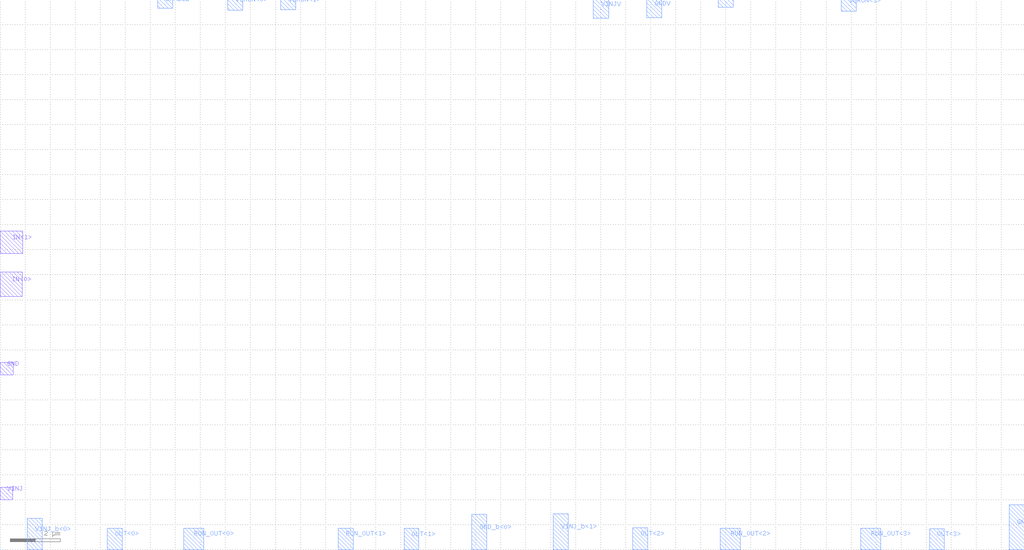
<source format=lef>
VERSION 5.5 ;
NAMESCASESENSITIVE ON ;
BUSBITCHARS "[]" ;
DIVIDERCHAR "/" ;

PROPERTYDEFINITIONS
  LAYER routingPitch REAL ;
END PROPERTYDEFINITIONS

UNITS
  DATABASE MICRONS 1000 ;
END UNITS
MANUFACTURINGGRID 0.01 ;
LAYER POLY1
  TYPE MASTERSLICE ;
END POLY1

LAYER CONT
  TYPE CUT ;
  SPACING 0.4 ;
END CONT

LAYER METAL1
  TYPE ROUTING ;
  DIRECTION HORIZONTAL ;
  PITCH 0 ;
  WIDTH 0.5 ;
  SPACING 0.45 ;
  PROPERTY routingPitch 1.25 ;
END METAL1

LAYER VIA12
  TYPE CUT ;
  SPACING 0.45 ;
END VIA12

LAYER METAL2
  TYPE ROUTING ;
  DIRECTION VERTICAL ;
  PITCH 0 ;
  WIDTH 0.6 ;
  SPACING 0.5 ;
  PROPERTY routingPitch 1.4 ;
END METAL2

LAYER VIA23
  TYPE CUT ;
  SPACING 0.45 ;
END VIA23

LAYER METAL3
  TYPE ROUTING ;
  DIRECTION HORIZONTAL ;
  PITCH 0 ;
  WIDTH 0.6 ;
  SPACING 0.5 ;
  PROPERTY routingPitch 1.25 ;
END METAL3

LAYER VIA34
  TYPE CUT ;
  SPACING 0.45 ;
END VIA34

LAYER METAL4
  TYPE ROUTING ;
  DIRECTION VERTICAL ;
  PITCH 0 ;
  WIDTH 0.6 ;
  SPACING 0.6 ;
  PROPERTY routingPitch 1.4 ;
END METAL4

LAYER OVERLAP
  TYPE OVERLAP ;
END OVERLAP

VIARULE M4_M3 GENERATE
  LAYER METAL3 ;
    ENCLOSURE 0.2 0.2 ;
  LAYER METAL4 ;
    ENCLOSURE 0.15 0.15 ;
  LAYER VIA34 ;
    RECT -0.25 -0.25 0.25 0.25 ;
    SPACING 1 BY 1 ;
END M4_M3

VIARULE M3_M2 GENERATE
  LAYER METAL2 ;
    ENCLOSURE 0.2 0.2 ;
  LAYER METAL3 ;
    ENCLOSURE 0.15 0.15 ;
  LAYER VIA23 ;
    RECT -0.25 -0.25 0.25 0.25 ;
    SPACING 1 BY 1 ;
END M3_M2

VIARULE M2_M1 GENERATE
  LAYER METAL1 ;
    ENCLOSURE 0.2 0.2 ;
  LAYER METAL2 ;
    ENCLOSURE 0.15 0.15 ;
  LAYER VIA12 ;
    RECT -0.25 -0.25 0.25 0.25 ;
    SPACING 1 BY 1 ;
END M2_M1

VIARULE M1_POLY1 GENERATE
  LAYER POLY1 ;
    ENCLOSURE 0.2 0.2 ;
  LAYER METAL1 ;
    ENCLOSURE 0.15 0.15 ;
  LAYER CONT ;
    RECT -0.2 -0.2 0.2 0.2 ;
    SPACING 1 BY 1 ;
END M1_POLY1

VIA M1_POLY1
  LAYER CONT ;
    RECT -0.2 -0.2 0.2 0.2 ;
  LAYER POLY1 ;
    RECT -0.4 -0.4 0.4 0.4 ;
  LAYER METAL1 ;
    RECT -0.35 -0.35 0.35 0.35 ;
END M1_POLY1

VIA M2_M1
  LAYER VIA12 ;
    RECT -0.25 -0.25 0.25 0.25 ;
  LAYER METAL2 ;
    RECT -0.4 -0.4 0.4 0.4 ;
  LAYER METAL1 ;
    RECT -0.45 -0.45 0.45 0.45 ;
END M2_M1

VIA M3_M2
  LAYER VIA23 ;
    RECT -0.25 -0.25 0.25 0.25 ;
  LAYER METAL3 ;
    RECT -0.4 -0.4 0.4 0.4 ;
  LAYER METAL2 ;
    RECT -0.45 -0.45 0.45 0.45 ;
END M3_M2

VIA M4_M3
  LAYER VIA34 ;
    RECT -0.25 -0.25 0.25 0.25 ;
  LAYER METAL4 ;
    RECT -0.4 -0.4 0.4 0.4 ;
  LAYER METAL3 ;
    RECT -0.45 -0.45 0.45 0.45 ;
END M4_M3


MACRO TSMC350nm_VinjDecode2to4_vtile_spacing
END TSMC350nm_VinjDecode2to4_vtile_spacing

MACRO TSMC350nm_VinjDecode2to4_vtile_C_bridge
END TSMC350nm_VinjDecode2to4_vtile_C_bridge

MACRO TSMC350nm_VinjDecode2to4_vtile
  PIN Vinj
    DIRECTION INOUT ;
    USE SIGNAL ;
    PORT
      LAYER METAL1 ;
        RECT 7.78 11.04 9.06 11.45 ;
    END
  END Vinj
  PIN OUT<0>
    DIRECTION INOUT ;
    USE SIGNAL ;
    PORT
      LAYER METAL1 ;
        RECT 19.66 18.91 20.11 19.59 ;
    END
  END OUT<0>
  PIN OUT<1>
    DIRECTION INOUT ;
    USE SIGNAL ;
    PORT
      LAYER METAL1 ;
        RECT 19.66 13.41 20.12 14.1 ;
    END
  END OUT<1>
  PIN OUT<2>
    DIRECTION INOUT ;
    USE SIGNAL ;
    PORT
      LAYER METAL1 ;
        RECT 19.66 7.92 20.11 8.59 ;
    END
  END OUT<2>
  PIN OUT<3>
    DIRECTION INOUT ;
    USE SIGNAL ;
    PORT
      LAYER METAL1 ;
        RECT 19.66 2.41 20.11 3.09 ;
    END
  END OUT<3>
  PIN ENABLE
    DIRECTION INOUT ;
    USE SIGNAL ;
    PORT
      LAYER METAL1 ;
        RECT 0.01 3.48 0.71 4.21 ;
    END
  END ENABLE
  PIN GND
    DIRECTION INOUT ;
    USE SIGNAL ;
    PORT
      LAYER METAL1 ;
        RECT 19.52 5.0 20.12 5.99 ;
    END
  END GND
  PIN VINJ
    DIRECTION INOUT ;
    USE SIGNAL ;
    PORT
      LAYER METAL1 ;
        RECT 19.15 21.56 20.05 21.96 ;
    END
  END VINJ
  PIN IN<1>
    DIRECTION INOUT ;
    USE SIGNAL ;
    PORT
      LAYER METAL2 ;
        RECT 6.56 20.89 7.5 22.0 ;
    END
  END IN<1>
  PIN IN<0>
    DIRECTION INOUT ;
    USE SIGNAL ;
    PORT
      LAYER METAL2 ;
        RECT 3.9 20.96 4.5 22.0 ;
    END
  END IN<0>
END TSMC350nm_VinjDecode2to4_vtile

MACRO TSMC350nm_VinjDecode2to4_vtile_B_bridge
END TSMC350nm_VinjDecode2to4_vtile_B_bridge

MACRO TSMC350nm_VinjDecode2to4_vtile_A_bridge
END TSMC350nm_VinjDecode2to4_vtile_A_bridge

MACRO TSMC350nm_drainSelect01d3
  PIN Vinj
    DIRECTION INOUT ;
    USE SIGNAL ;
    PORT
      LAYER METAL1 ;
        RECT 6.12 21.55 7.4 21.96 ;
    END
  END Vinj
  PIN VINJ
    DIRECTION INOUT ;
    USE SIGNAL ;
    PORT
      LAYER METAL1 ;
        RECT 6.12 21.55 7.4 21.96 ;
    END
  END VINJ
  PIN GND
    DIRECTION INOUT ;
    USE SIGNAL ;
    PORT
      LAYER METAL1 ;
        RECT 8.76 16.56 9.51 16.97 ;
    END
  END GND
  PIN DRAIN4
    DIRECTION INOUT ;
    USE SIGNAL ;
    PORT
      LAYER METAL1 ;
        RECT 15.99 2.54 16.66 2.97 ;
    END
  END DRAIN4
  PIN DRAIN3
    DIRECTION INOUT ;
    USE SIGNAL ;
    PORT
      LAYER METAL1 ;
        RECT 15.99 8.03 16.66 8.46 ;
    END
  END DRAIN3
  PIN DRAIN2
    DIRECTION INOUT ;
    USE SIGNAL ;
    PORT
      LAYER METAL1 ;
        RECT 15.99 13.54 16.66 13.97 ;
    END
  END DRAIN2
  PIN DRAIN1
    DIRECTION INOUT ;
    USE SIGNAL ;
    PORT
      LAYER METAL1 ;
        RECT 15.99 19.03 16.66 19.46 ;
    END
  END DRAIN1
  PIN SELECT<3>
    DIRECTION INOUT ;
    USE SIGNAL ;
    PORT
      LAYER METAL1 ;
        RECT 0.0 2.54 0.67 2.97 ;
    END
  END SELECT<3>
  PIN SELET<2>
    DIRECTION INOUT ;
    USE SIGNAL ;
    PORT
      LAYER METAL1 ;
        RECT 0.0 8.03 0.67 8.46 ;
    END
  END SELET<2>
  PIN SELECT<1>
    DIRECTION INOUT ;
    USE SIGNAL ;
    PORT
      LAYER METAL1 ;
        RECT 0.0 13.54 0.67 13.97 ;
    END
  END SELECT<1>
  PIN SELECT<0>
    DIRECTION INOUT ;
    USE SIGNAL ;
    PORT
      LAYER METAL1 ;
        RECT 0.0 19.03 0.67 19.46 ;
    END
  END SELECT<0>
  PIN DRAINRAIL
    DIRECTION INOUT ;
    USE SIGNAL ;
    PORT
      LAYER METAL2 ;
        RECT 7.47 21.56 8.25 21.99 ;
    END
  END DRAINRAIL
END TSMC350nm_drainSelect01d3

MACRO TSMC350nm_FourTgate_ThickOx_FG_MEM
  PIN B<2>
    DIRECTION INOUT ;
    USE SIGNAL ;
    PORT
      LAYER METAL1 ;
        RECT 9.75 7.01 10.31 7.44 ;
    END
  END B<2>
  PIN A<2>
    DIRECTION INOUT ;
    USE SIGNAL ;
    PORT
      LAYER METAL1 ;
        RECT 0.0 8.0 0.7 8.5 ;
    END
  END A<2>
  PIN B<3>
    DIRECTION INOUT ;
    USE SIGNAL ;
    PORT
      LAYER METAL1 ;
        RECT 9.75 2.15 10.31 2.58 ;
    END
  END B<3>
  PIN A<3>
    DIRECTION INOUT ;
    USE SIGNAL ;
    PORT
      LAYER METAL1 ;
        RECT 0.0 2.5 0.7 3.0 ;
    END
  END A<3>
  PIN GND
    DIRECTION INOUT ;
    USE SIGNAL ;
    PORT
      LAYER METAL1 ;
        RECT 1.61 16.56 2.36 16.97 ;
    END
  END GND
  PIN B<0>
    DIRECTION INOUT ;
    USE SIGNAL ;
    PORT
      LAYER METAL1 ;
        RECT 9.75 20.33 10.31 20.76 ;
    END
  END B<0>
  PIN A<0>
    DIRECTION INOUT ;
    USE SIGNAL ;
    PORT
      LAYER METAL1 ;
        RECT 0.0 19.0 0.7 19.5 ;
    END
  END A<0>
  PIN B<1>
    DIRECTION INOUT ;
    USE SIGNAL ;
    PORT
      LAYER METAL1 ;
        RECT 9.75 14.73 10.31 15.16 ;
    END
  END B<1>
  PIN A<1>
    DIRECTION INOUT ;
    USE SIGNAL ;
    PORT
      LAYER METAL1 ;
        RECT 0.0 13.5 0.7 14.0 ;
    END
  END A<1>
  PIN SelBar
    DIRECTION INOUT ;
    USE SIGNAL ;
    PORT
      LAYER METAL2 ;
        RECT 3.41 21.12 4.21 22.0 ;
    END
  END SelBar
  PIN Sel
    DIRECTION INOUT ;
    USE SIGNAL ;
    PORT
      LAYER METAL2 ;
        RECT 4.8 21.12 5.6 22.0 ;
    END
  END Sel
  PIN VINJ
    DIRECTION INOUT ;
    USE SIGNAL ;
    PORT
      LAYER METAL2 ;
        RECT 6.26 21.78 7.06 22.0 ;
    END
  END VINJ
END TSMC350nm_FourTgate_ThickOx_FG_MEM

MACRO TSMC350nm_IndirectSwitches
  PIN GND_T
    DIRECTION INOUT ;
    USE SIGNAL ;
    PORT
      LAYER METAL2 ;
        RECT 15.4 21.0 16.2 22.0 ;
    END
  END GND_T
  PIN VINJ_T
    DIRECTION INOUT ;
    USE SIGNAL ;
    PORT
      LAYER METAL2 ;
        RECT 6.3 21.04 7.32 22.0 ;
    END
  END VINJ_T
  PIN VDD<1>
    DIRECTION INOUT ;
    USE SIGNAL ;
    PORT
      LAYER METAL2 ;
        RECT 24.5 0.0 25.1 0.75 ;
    END
  END VDD<1>
  PIN VTUN
    DIRECTION INOUT ;
    USE SIGNAL ;
    PORT
      LAYER METAL2 ;
        RECT 13.3 0.0 13.9 0.82 ;
    END
  END VTUN
  PIN GND<0>
    DIRECTION INOUT ;
    USE SIGNAL ;
    PORT
      LAYER METAL2 ;
        RECT 11.2 0.0 11.8 0.85 ;
    END
  END GND<0>
  PIN GNDV<1>
    DIRECTION INOUT ;
    USE SIGNAL ;
    PORT
      LAYER METAL2 ;
        RECT 15.47 0.0 15.95 1.0 ;
    END
  END GNDV<1>
  PIN VINJ
    DIRECTION INOUT ;
    USE SIGNAL ;
    PORT
      LAYER METAL2 ;
        RECT 4.2 0.0 4.8 1.0 ;
    END
  END VINJ
  PIN VDD<0>
    DIRECTION INOUT ;
    USE SIGNAL ;
    PORT
      LAYER METAL2 ;
        RECT 2.1 0.0 2.7 1.09 ;
    END
  END VDD<0>
  PIN Vg<0>
    DIRECTION INOUT ;
    USE SIGNAL ;
    PORT
      LAYER METAL2 ;
        RECT 8.4 0.005 9.0 0.825 ;
    END
  END Vg<0>
  PIN CTRL_B<0>
    DIRECTION INOUT ;
    USE SIGNAL ;
    PORT
      LAYER METAL2 ;
        RECT 6.3 0.01 6.9 0.76 ;
    END
  END CTRL_B<0>
  PIN CTRL_B<1>
    DIRECTION INOUT ;
    USE SIGNAL ;
    PORT
      LAYER METAL2 ;
        RECT 20.3 0.01 20.9 0.75 ;
    END
  END CTRL_B<1>
  PIN Vg<1>
    DIRECTION INOUT ;
    USE SIGNAL ;
    PORT
      LAYER METAL2 ;
        RECT 18.2 0.0 18.8 0.76 ;
    END
  END Vg<1>
  PIN decode<0>
    DIRECTION INOUT ;
    USE SIGNAL ;
    PORT
      LAYER METAL2 ;
        RECT 3.46 21.16 4.8 22.0 ;
    END
  END decode<0>
  PIN RUN_IN<1>
    DIRECTION INOUT ;
    USE SIGNAL ;
    PORT
      LAYER METAL2 ;
        RECT 17.5 21.01 18.1 22.0 ;
    END
  END RUN_IN<1>
  PIN RUN_IN<0>
    DIRECTION INOUT ;
    USE SIGNAL ;
    PORT
      LAYER METAL2 ;
        RECT 10.5 20.9 11.1 22.0 ;
    END
  END RUN_IN<0>
  PIN VPWR<1>
    DIRECTION INOUT ;
    USE SIGNAL ;
    PORT
      LAYER METAL2 ;
        RECT 21.7 21.08 22.3 22.0 ;
    END
  END VPWR<1>
  PIN decode<1>
    DIRECTION INOUT ;
    USE SIGNAL ;
    PORT
      LAYER METAL2 ;
        RECT 23.8 21.09 25.0 22.0 ;
    END
  END decode<1>
  PIN VPWR<0>
    DIRECTION INOUT ;
    USE SIGNAL ;
    PORT
      LAYER METAL2 ;
        RECT 1.71 21.21 2.43 22.0 ;
    END
  END VPWR<0>
  PIN VTUN_T
    DIRECTION INOUT ;
    USE SIGNAL ;
    PORT
      LAYER METAL2 ;
        RECT 12.6 21.12 13.7 22.0 ;
    END
  END VTUN_T
  PIN vtun_l
    DIRECTION INOUT ;
    USE SIGNAL ;
    PORT
      LAYER METAL1 ;
        RECT 0.0 0.9 1.31 1.88 ;
    END
  END vtun_l
  PIN vtun_r
    DIRECTION INOUT ;
    USE SIGNAL ;
    PORT
      LAYER METAL1 ;
        RECT 26.17 0.9 27.46 2.17 ;
    END
  END vtun_r
  PIN vgsel_r
    DIRECTION INOUT ;
    USE SIGNAL ;
    PORT
      LAYER METAL1 ;
        RECT 26.52 3.15 27.46 4.45 ;
    END
  END vgsel_r
  PIN prog_r
    DIRECTION INOUT ;
    USE SIGNAL ;
    PORT
      LAYER METAL1 ;
        RECT 26.59 9.15 27.46 10.55 ;
    END
  END prog_r
  PIN run_r
    DIRECTION INOUT ;
    USE SIGNAL ;
    PORT
      LAYER METAL1 ;
        RECT 26.28 6.05 27.46 7.29 ;
    END
  END run_r
  PIN RUN
    DIRECTION INOUT ;
    USE SIGNAL ;
    PORT
      LAYER METAL1 ;
        RECT 0.0 6.05 0.91 7.29 ;
    END
  END RUN
  PIN PROG
    DIRECTION INOUT ;
    USE SIGNAL ;
    PORT
      LAYER METAL1 ;
        RECT 0.0 9.15 0.87 10.55 ;
    END
  END PROG
  PIN Vgsel
    DIRECTION INOUT ;
    USE SIGNAL ;
    PORT
      LAYER METAL1 ;
        RECT 0.0 3.72 0.91 4.45 ;
    END
  END Vgsel
END TSMC350nm_IndirectSwitches

MACRO TSMC350nm_VinjDecode2to4_htile
  PIN IN<1>
    DIRECTION INOUT ;
    USE SIGNAL ;
    PORT
      LAYER METAL1 ;
        RECT 0.0 11.85 0.9 12.74 ;
    END
  END IN<1>
  PIN IN<0>
    DIRECTION INOUT ;
    USE SIGNAL ;
    PORT
      LAYER METAL1 ;
        RECT 0.0 10.13 0.87 11.1 ;
    END
  END IN<0>
  PIN VINJ
    DIRECTION INOUT ;
    USE SIGNAL ;
    PORT
      LAYER METAL1 ;
        RECT 0.0 1.99 0.5 2.49 ;
    END
  END VINJ
  PIN GND
    DIRECTION INOUT ;
    USE SIGNAL ;
    PORT
      LAYER METAL1 ;
        RECT 0.0 6.99 0.51 7.49 ;
    END
  END GND
  PIN GND_b<1>
    DIRECTION INOUT ;
    USE SIGNAL ;
    PORT
      LAYER METAL2 ;
        RECT 40.32 0.0 40.92 1.79 ;
    END
  END GND_b<1>
  PIN VINJ_b<1>
    DIRECTION INOUT ;
    USE SIGNAL ;
    PORT
      LAYER METAL2 ;
        RECT 22.1 0.0 22.7 1.44 ;
    END
  END VINJ_b<1>
  PIN GND_b<0>
    DIRECTION INOUT ;
    USE SIGNAL ;
    PORT
      LAYER METAL2 ;
        RECT 18.85 0.0 19.45 1.41 ;
    END
  END GND_b<0>
  PIN VINJ_b<0>
    DIRECTION INOUT ;
    USE SIGNAL ;
    PORT
      LAYER METAL2 ;
        RECT 1.07 0.0 1.67 1.25 ;
    END
  END VINJ_b<0>
  PIN VINJV
    DIRECTION INOUT ;
    USE SIGNAL ;
    PORT
      LAYER METAL2 ;
        RECT 23.7 21.26 24.31 22.0 ;
    END
  END VINJV
  PIN GNDV
    DIRECTION INOUT ;
    USE SIGNAL ;
    PORT
      LAYER METAL2 ;
        RECT 25.84 21.28 26.44 22.0 ;
    END
  END GNDV
  PIN RUN_OUT<3>
    DIRECTION INOUT ;
    USE SIGNAL ;
    PORT
      LAYER METAL2 ;
        RECT 34.39 0.0 35.19 0.86 ;
    END
  END RUN_OUT<3>
  PIN RUN_OUT<2>
    DIRECTION INOUT ;
    USE SIGNAL ;
    PORT
      LAYER METAL2 ;
        RECT 28.77 0.0 29.57 0.86 ;
    END
  END RUN_OUT<2>
  PIN RUN_OUT<1>
    DIRECTION INOUT ;
    USE SIGNAL ;
    PORT
      LAYER METAL2 ;
        RECT 13.5 0.0 14.1 0.86 ;
    END
  END RUN_OUT<1>
  PIN RUN_OUT<0>
    DIRECTION INOUT ;
    USE SIGNAL ;
    PORT
      LAYER METAL2 ;
        RECT 7.34 0.0 8.14 0.86 ;
    END
  END RUN_OUT<0>
  PIN ENABLE
    DIRECTION INOUT ;
    USE SIGNAL ;
    PORT
      LAYER METAL2 ;
        RECT 6.29 21.66 6.89 22.0 ;
    END
  END ENABLE
  PIN OUT<2>
    DIRECTION INOUT ;
    USE SIGNAL ;
    PORT
      LAYER METAL2 ;
        RECT 25.28 0.0 25.87 0.87 ;
    END
  END OUT<2>
  PIN OUT<3>
    DIRECTION INOUT ;
    USE SIGNAL ;
    PORT
      LAYER METAL2 ;
        RECT 37.14 0.0 37.73 0.83 ;
    END
  END OUT<3>
  PIN OUT<0>
    DIRECTION INOUT ;
    USE SIGNAL ;
    PORT
      LAYER METAL2 ;
        RECT 4.27 0.0 4.87 0.86 ;
    END
  END OUT<0>
  PIN OUT<1>
    DIRECTION INOUT ;
    USE SIGNAL ;
    PORT
      LAYER METAL2 ;
        RECT 16.14 0.0 16.72 0.85 ;
    END
  END OUT<1>
  PIN VGRUN<0>
    DIRECTION INOUT ;
    USE SIGNAL ;
    PORT
      LAYER METAL2 ;
        RECT 9.1 21.59 9.7 22.0 ;
    END
  END VGRUN<0>
  PIN VGRUN<1>
    DIRECTION INOUT ;
    USE SIGNAL ;
    PORT
      LAYER METAL2 ;
        RECT 11.2 21.6 11.8 22.0 ;
    END
  END VGRUN<1>
  PIN VGRUN<2>
    DIRECTION INOUT ;
    USE SIGNAL ;
    PORT
      LAYER METAL2 ;
        RECT 28.7 21.71 29.3 22.0 ;
    END
  END VGRUN<2>
  PIN VGRUN<3>
    DIRECTION INOUT ;
    USE SIGNAL ;
    PORT
      LAYER METAL2 ;
        RECT 33.6 21.54 34.2 22.0 ;
    END
  END VGRUN<3>
END TSMC350nm_VinjDecode2to4_htile

MACRO TSMC350nm_VinjDecode2to4_htile_A_bridge
  PIN VGRUN<3>
    DIRECTION INOUT ;
    USE SIGNAL ;
    PORT
      LAYER METAL2 ;
        RECT 34.5 9.46 35.1 10.0 ;
    END
  END VGRUN<3>
  PIN VGRUN<2>
    DIRECTION INOUT ;
    USE SIGNAL ;
    PORT
      LAYER METAL2 ;
        RECT 26.6 9.56 27.2 10.0 ;
    END
  END VGRUN<2>
  PIN VGRUN<1>
    DIRECTION INOUT ;
    USE SIGNAL ;
    PORT
      LAYER METAL2 ;
        RECT 13.5 9.46 14.1 10.0 ;
    END
  END VGRUN<1>
  PIN VGRUN<0>
    DIRECTION INOUT ;
    USE SIGNAL ;
    PORT
      LAYER METAL2 ;
        RECT 5.6 9.52 6.2 10.0 ;
    END
  END VGRUN<0>
END TSMC350nm_VinjDecode2to4_htile_A_bridge

MACRO TSMC350nm_VinjDecode2to4_htile_B_bridge
  PIN VGRUN<0>
    DIRECTION INOUT ;
    USE SIGNAL ;
    PORT
      LAYER METAL2 ;
        RECT 9.1 9.52 9.7 10.0 ;
    END
  END VGRUN<0>
  PIN VGRUN<1>
    DIRECTION INOUT ;
    USE SIGNAL ;
    PORT
      LAYER METAL2 ;
        RECT 11.2 9.52 11.8 10.0 ;
    END
  END VGRUN<1>
  PIN VGRUN<2>
    DIRECTION INOUT ;
    USE SIGNAL ;
    PORT
      LAYER METAL2 ;
        RECT 28.7 9.5 29.3 10.0 ;
    END
  END VGRUN<2>
  PIN VGRUN<3>
    DIRECTION INOUT ;
    USE SIGNAL ;
    PORT
      LAYER METAL2 ;
        RECT 33.6 9.51 34.2 10.0 ;
    END
  END VGRUN<3>
END TSMC350nm_VinjDecode2to4_htile_B_bridge

MACRO TSMC350nm_VinjDecode2to4_htile_C_bridge
  PIN VGRUN<0>
    DIRECTION INOUT ;
    USE SIGNAL ;
    PORT
      LAYER METAL2 ;
        RECT 9.1 9.54 9.7 10.0 ;
    END
  END VGRUN<0>
  PIN VGRUN<1>
    DIRECTION INOUT ;
    USE SIGNAL ;
    PORT
      LAYER METAL2 ;
        RECT 11.2 9.57 11.8 10.0 ;
    END
  END VGRUN<1>
  PIN VGRUN<2>
    DIRECTION INOUT ;
    USE SIGNAL ;
    PORT
      LAYER METAL2 ;
        RECT 28.7 9.59 29.3 10.0 ;
    END
  END VGRUN<2>
  PIN VGRUN<3>
    DIRECTION INOUT ;
    USE SIGNAL ;
    PORT
      LAYER METAL2 ;
        RECT 33.6 9.57 34.2 10.0 ;
    END
  END VGRUN<3>
END TSMC350nm_VinjDecode2to4_htile_C_bridge

MACRO TSMC350nm_VinjDecode2to4_htile_spacing
  PIN VGRUN<0>
    DIRECTION INOUT ;
    USE SIGNAL ;
    PORT
      LAYER METAL2 ;
        RECT 9.1 21.59 9.7 22.0 ;
    END
  END VGRUN<0>
  PIN VGRUN<1>
    DIRECTION INOUT ;
    USE SIGNAL ;
    PORT
      LAYER METAL2 ;
        RECT 11.2 21.52 11.8 22.0 ;
    END
  END VGRUN<1>
  PIN VGRUN<2>
    DIRECTION INOUT ;
    USE SIGNAL ;
    PORT
      LAYER METAL2 ;
        RECT 28.7 21.54 29.3 22.0 ;
    END
  END VGRUN<2>
  PIN VGRUN<3>
    DIRECTION INOUT ;
    USE SIGNAL ;
    PORT
      LAYER METAL2 ;
        RECT 33.6 21.55 34.2 22.0 ;
    END
  END VGRUN<3>
END TSMC350nm_VinjDecode2to4_htile_spacing

MACRO TSMC350nm_4x2_Indirect
  PIN Vg<1>
    DIRECTION INOUT ;
    USE SIGNAL ;
    PORT
      LAYER METAL2 ;
        RECT 18.2 21.06 18.8 22.0 ;
    END
  END Vg<1>
  PIN Vsel<1>
    DIRECTION INOUT ;
    USE SIGNAL ;
    PORT
      LAYER METAL2 ;
        RECT 20.3 21.08 20.9 22.0 ;
    END
  END Vsel<1>
  PIN VINJ<1>
    DIRECTION INOUT ;
    USE SIGNAL ;
    PORT
      LAYER METAL2 ;
        RECT 22.4 21.05 23.0 22.0 ;
    END
  END VINJ<1>
  PIN Vsel<0>
    DIRECTION INOUT ;
    USE SIGNAL ;
    PORT
      LAYER METAL2 ;
        RECT 6.3 21.2 6.9 22.0 ;
    END
  END Vsel<0>
  PIN Vs<0>
    DIRECTION INOUT ;
    USE SIGNAL ;
    PORT
      LAYER METAL2 ;
        RECT 2.1 21.21 2.7 22.0 ;
    END
  END Vs<0>
  PIN Vs<1>
    DIRECTION INOUT ;
    USE SIGNAL ;
    PORT
      LAYER METAL2 ;
        RECT 24.5 21.06 25.1 22.0 ;
    END
  END Vs<1>
  PIN VTUN
    DIRECTION INOUT ;
    USE SIGNAL ;
    PORT
      LAYER METAL2 ;
        RECT 13.3 21.09 13.9 22.0 ;
    END
  END VTUN
  PIN VINJ<0>
    DIRECTION INOUT ;
    USE SIGNAL ;
    PORT
      LAYER METAL2 ;
        RECT 4.2 21.18 4.8 22.0 ;
    END
  END VINJ<0>
  PIN GND<0>
    DIRECTION INOUT ;
    USE SIGNAL ;
    PORT
      LAYER METAL2 ;
        RECT 11.2 21.07 11.8 22.0 ;
    END
  END GND<0>
  PIN Vg<0>
    DIRECTION INOUT ;
    USE SIGNAL ;
    PORT
      LAYER METAL2 ;
        RECT 8.4 21.03 9.0 22.0 ;
    END
  END Vg<0>
  PIN GND<1>
    DIRECTION INOUT ;
    USE SIGNAL ;
    PORT
      LAYER METAL2 ;
        RECT 15.41 21.06 16.01 22.0 ;
    END
  END GND<1>
  PIN Vs_b<0>
    DIRECTION INOUT ;
    USE SIGNAL ;
    PORT
      LAYER METAL2 ;
        RECT 1.42 0.0 2.7 0.6 ;
    END
  END Vs_b<0>
  PIN VINJ_b<0>
    DIRECTION INOUT ;
    USE SIGNAL ;
    PORT
      LAYER METAL2 ;
        RECT 4.2 0.0 4.8 0.76 ;
    END
  END VINJ_b<0>
  PIN Vsel_b<0>
    DIRECTION INOUT ;
    USE SIGNAL ;
    PORT
      LAYER METAL2 ;
        RECT 6.3 0.0 6.9 0.78 ;
    END
  END Vsel_b<0>
  PIN Vg_b<0>
    DIRECTION INOUT ;
    USE SIGNAL ;
    PORT
      LAYER METAL2 ;
        RECT 8.4 0.0 9.0 0.77 ;
    END
  END Vg_b<0>
  PIN GND_b<0>
    DIRECTION INOUT ;
    USE SIGNAL ;
    PORT
      LAYER METAL2 ;
        RECT 11.2 0.0 11.8 0.76 ;
    END
  END GND_b<0>
  PIN VTUN_b
    DIRECTION INOUT ;
    USE SIGNAL ;
    PORT
      LAYER METAL2 ;
        RECT 13.3 0.0 13.9 0.76 ;
    END
  END VTUN_b
  PIN GND_b<1>
    DIRECTION INOUT ;
    USE SIGNAL ;
    PORT
      LAYER METAL2 ;
        RECT 15.41 0.0 16.01 0.83 ;
    END
  END GND_b<1>
  PIN Vg_b<1>
    DIRECTION INOUT ;
    USE SIGNAL ;
    PORT
      LAYER METAL2 ;
        RECT 18.2 0.0 18.8 0.76 ;
    END
  END Vg_b<1>
  PIN Vsel_b<1>
    DIRECTION INOUT ;
    USE SIGNAL ;
    PORT
      LAYER METAL2 ;
        RECT 20.3 0.0 20.9 0.75 ;
    END
  END Vsel_b<1>
  PIN VINJ_b<1>
    DIRECTION INOUT ;
    USE SIGNAL ;
    PORT
      LAYER METAL2 ;
        RECT 22.4 0.0 23.0 0.77 ;
    END
  END VINJ_b<1>
  PIN Vs_b<1>
    DIRECTION INOUT ;
    USE SIGNAL ;
    PORT
      LAYER METAL2 ;
        RECT 24.5 0.0 25.75 0.61 ;
    END
  END Vs_b<1>
  PIN Vd_Pl<3>
    DIRECTION INOUT ;
    USE SIGNAL ;
    PORT
      LAYER METAL1 ;
        RECT 0.0 0.7 1.47 1.2 ;
    END
  END Vd_Pl<3>
  PIN Vd_Rl<3>
    DIRECTION INOUT ;
    USE SIGNAL ;
    PORT
      LAYER METAL1 ;
        RECT 0.0 3.5 1.45 4.0 ;
    END
  END Vd_Rl<3>
  PIN Vd_Rl<2>
    DIRECTION INOUT ;
    USE SIGNAL ;
    PORT
      LAYER METAL1 ;
        RECT 0.0 7.0 1.4 7.5 ;
    END
  END Vd_Rl<2>
  PIN Vd_Pl<2>
    DIRECTION INOUT ;
    USE SIGNAL ;
    PORT
      LAYER METAL1 ;
        RECT 0.0 9.8 1.41 10.3 ;
    END
  END Vd_Pl<2>
  PIN Vd_Pl<1>
    DIRECTION INOUT ;
    USE SIGNAL ;
    PORT
      LAYER METAL1 ;
        RECT 0.0 11.89 1.43 12.4 ;
    END
  END Vd_Pl<1>
  PIN Vd_Rl<1>
    DIRECTION INOUT ;
    USE SIGNAL ;
    PORT
      LAYER METAL1 ;
        RECT 0.0 14.7 1.46 15.2 ;
    END
  END Vd_Rl<1>
  PIN Vd_Rl<0>
    DIRECTION INOUT ;
    USE SIGNAL ;
    PORT
      LAYER METAL1 ;
        RECT 0.0 17.5 1.43 18.0 ;
    END
  END Vd_Rl<0>
  PIN Vd_Pl<0>
    DIRECTION INOUT ;
    USE SIGNAL ;
    PORT
      LAYER METAL1 ;
        RECT 0.0 20.3 1.4 20.9 ;
    END
  END Vd_Pl<0>
  PIN Vd_P<0>
    DIRECTION INOUT ;
    USE SIGNAL ;
    PORT
      LAYER METAL1 ;
        RECT 26.63 20.3 27.46 20.8 ;
    END
  END Vd_P<0>
  PIN Vd_R<1>
    DIRECTION INOUT ;
    USE SIGNAL ;
    PORT
      LAYER METAL1 ;
        RECT 26.56 14.7 27.44 15.2 ;
    END
  END Vd_R<1>
  PIN Vd_R<3>
    DIRECTION INOUT ;
    USE SIGNAL ;
    PORT
      LAYER METAL1 ;
        RECT 26.5 3.5 27.46 4.0 ;
    END
  END Vd_R<3>
  PIN Vd_P<3>
    DIRECTION INOUT ;
    USE SIGNAL ;
    PORT
      LAYER METAL1 ;
        RECT 26.55 0.7 27.46 1.2 ;
    END
  END Vd_P<3>
  PIN Vd_P<1>
    DIRECTION INOUT ;
    USE SIGNAL ;
    PORT
      LAYER METAL1 ;
        RECT 26.38 11.9 27.46 12.4 ;
    END
  END Vd_P<1>
  PIN Vd_P<2>
    DIRECTION INOUT ;
    USE SIGNAL ;
    PORT
      LAYER METAL1 ;
        RECT 26.51 9.8 27.46 10.3 ;
    END
  END Vd_P<2>
  PIN Vd_R<0>
    DIRECTION INOUT ;
    USE SIGNAL ;
    PORT
      LAYER METAL1 ;
        RECT 26.66 17.5 27.46 18.0 ;
    END
  END Vd_R<0>
  PIN Vd_R<2>
    DIRECTION INOUT ;
    USE SIGNAL ;
    PORT
      LAYER METAL1 ;
        RECT 26.53 7.0 27.46 7.5 ;
    END
  END Vd_R<2>
END TSMC350nm_4x2_Indirect

MACRO TSMC350nm_Modulation
  PIN V4
    DIRECTION INOUT ;
    USE SIGNAL ;
    PORT
      LAYER METAL1 ;
        RECT 26.6 18.2 28.0 19.6 ;
    END
  END V4
  PIN V1
    DIRECTION INOUT ;
    USE SIGNAL ;
    PORT
      LAYER METAL1 ;
        RECT 26.6 15.4 28.0 16.8 ;
    END
  END V1
  PIN V2
    DIRECTION INOUT ;
    USE SIGNAL ;
    PORT
      LAYER METAL1 ;
        RECT 26.6 11.2 28.0 12.6 ;
    END
  END V2
  PIN V3
    DIRECTION INOUT ;
    USE SIGNAL ;
    PORT
      LAYER METAL1 ;
        RECT 26.6 8.4 28.0 9.8 ;
    END
  END V3
  PIN I3_N
    DIRECTION INOUT ;
    USE SIGNAL ;
    PORT
      LAYER METAL1 ;
        RECT 0.0 2.8 1.4 4.19 ;
    END
  END I3_N
  PIN I3_P
    DIRECTION INOUT ;
    USE SIGNAL ;
    PORT
      LAYER METAL1 ;
        RECT 0.01 7.0 1.4 8.4 ;
    END
  END I3_P
  PIN I1_N
    DIRECTION INOUT ;
    USE SIGNAL ;
    PORT
      LAYER METAL1 ;
        RECT 0.0 12.6 1.4 14.0 ;
    END
  END I1_N
  PIN I1_P
    DIRECTION INOUT ;
    USE SIGNAL ;
    PORT
      LAYER METAL1 ;
        RECT 0.0 18.2 1.4 19.6 ;
    END
  END I1_P
  PIN VPWR
    DIRECTION INOUT ;
    USE SIGNAL ;
    PORT
      LAYER METAL2 ;
        RECT 19.6 20.6 21.0 22.0 ;
    END
  END VPWR
  PIN VPWR_b
    DIRECTION INOUT ;
    USE SIGNAL ;
    PORT
      LAYER METAL2 ;
        RECT 19.6 0.0 21.0 1.4 ;
    END
  END VPWR_b
  PIN GND_b
    DIRECTION INOUT ;
    USE SIGNAL ;
    PORT
      LAYER METAL2 ;
        RECT 16.8 0.0 18.2 1.4 ;
    END
  END GND_b
  PIN VC_b
    DIRECTION INOUT ;
    USE SIGNAL ;
    PORT
      LAYER METAL2 ;
        RECT 12.6 0.0 14.0 1.4 ;
    END
  END VC_b
  PIN VG_N_b
    DIRECTION INOUT ;
    USE SIGNAL ;
    PORT
      LAYER METAL2 ;
        RECT 9.8 0.0 11.2 1.4 ;
    END
  END VG_N_b
  PIN VG_P_b
    DIRECTION INOUT ;
    USE SIGNAL ;
    PORT
      LAYER METAL2 ;
        RECT 4.2 0.0 5.6 1.4 ;
    END
  END VG_P_b
  PIN GND
    DIRECTION INOUT ;
    USE SIGNAL ;
    PORT
      LAYER METAL2 ;
        RECT 16.8 20.6 18.2 22.0 ;
    END
  END GND
  PIN VC
    DIRECTION INOUT ;
    USE SIGNAL ;
    PORT
      LAYER METAL2 ;
        RECT 12.6 20.6 14.0 22.0 ;
    END
  END VC
  PIN VG_N
    DIRECTION INOUT ;
    USE SIGNAL ;
    PORT
      LAYER METAL2 ;
        RECT 9.8 20.6 11.2 22.0 ;
    END
  END VG_N
  PIN VG_P
    DIRECTION INOUT ;
    USE SIGNAL ;
    PORT
      LAYER METAL2 ;
        RECT 4.2 20.6 5.6 22.0 ;
    END
  END VG_P
END TSMC350nm_Modulation

MACRO TSMC350nm_4TGate_ST_BMatrix
  PIN In<0>
    DIRECTION INOUT ;
    USE SIGNAL ;
    PORT
      LAYER METAL1 ;
        RECT 0.0 17.5 0.27 18.0 ;
    END
  END In<0>
  PIN In<1>
    DIRECTION INOUT ;
    USE SIGNAL ;
    PORT
      LAYER METAL1 ;
        RECT 0.0 14.7 0.38 15.2 ;
    END
  END In<1>
  PIN In<2>
    DIRECTION INOUT ;
    USE SIGNAL ;
    PORT
      LAYER METAL1 ;
        RECT 0.0 7.0 0.36 7.5 ;
    END
  END In<2>
  PIN In<3>
    DIRECTION INOUT ;
    USE SIGNAL ;
    PORT
      LAYER METAL1 ;
        RECT 0.0 3.5 0.3 4.0 ;
    END
  END In<3>
  PIN A<0>
    DIRECTION INOUT ;
    USE SIGNAL ;
    PORT
      LAYER METAL1 ;
        RECT 10.6 17.6 12.0 18.9 ;
    END
  END A<0>
  PIN A<1>
    DIRECTION INOUT ;
    USE SIGNAL ;
    PORT
      LAYER METAL1 ;
        RECT 10.6 14.9 12.0 16.2 ;
    END
  END A<1>
  PIN A<2>
    DIRECTION INOUT ;
    USE SIGNAL ;
    PORT
      LAYER METAL1 ;
        RECT 10.6 6.8 12.0 8.1 ;
    END
  END A<2>
  PIN A<3>
    DIRECTION INOUT ;
    USE SIGNAL ;
    PORT
      LAYER METAL1 ;
        RECT 10.6 4.1 12.0 5.4 ;
    END
  END A<3>
  PIN P<0>
    DIRECTION INOUT ;
    USE SIGNAL ;
    PORT
      LAYER METAL1 ;
        RECT 10.6 20.3 12.0 21.6 ;
    END
  END P<0>
  PIN P<1>
    DIRECTION INOUT ;
    USE SIGNAL ;
    PORT
      LAYER METAL1 ;
        RECT 10.6 12.2 12.0 13.5 ;
    END
  END P<1>
  PIN P<2>
    DIRECTION INOUT ;
    USE SIGNAL ;
    PORT
      LAYER METAL1 ;
        RECT 10.6 9.5 12.0 10.8 ;
    END
  END P<2>
  PIN P<3>
    DIRECTION INOUT ;
    USE SIGNAL ;
    PORT
      LAYER METAL1 ;
        RECT 10.6 1.4 12.0 2.7 ;
    END
  END P<3>
  PIN GND_b
    DIRECTION INOUT ;
    USE SIGNAL ;
    PORT
      LAYER METAL2 ;
        RECT 6.35 0.0 7.25 0.88 ;
    END
  END GND_b
  PIN Prog_b
    DIRECTION INOUT ;
    USE SIGNAL ;
    PORT
      LAYER METAL2 ;
        RECT 4.1 0.0 4.7 0.78 ;
    END
  END Prog_b
  PIN VDD_b
    DIRECTION INOUT ;
    USE SIGNAL ;
    PORT
      LAYER METAL2 ;
        RECT 1.81 0.0 2.71 0.71 ;
    END
  END VDD_b
  PIN Prog
    DIRECTION INOUT ;
    USE SIGNAL ;
    PORT
      LAYER METAL2 ;
        RECT 4.1 21.3 4.7 22.0 ;
    END
  END Prog
  PIN VDD
    DIRECTION INOUT ;
    USE SIGNAL ;
    PORT
      LAYER METAL2 ;
        RECT 1.81 21.3 2.71 22.0 ;
    END
  END VDD
  PIN GND
    DIRECTION INOUT ;
    USE SIGNAL ;
    PORT
      LAYER METAL2 ;
        RECT 6.35 21.3 7.25 22.0 ;
    END
  END GND
END TSMC350nm_4TGate_ST_BMatrix

END LIBRARY
</source>
